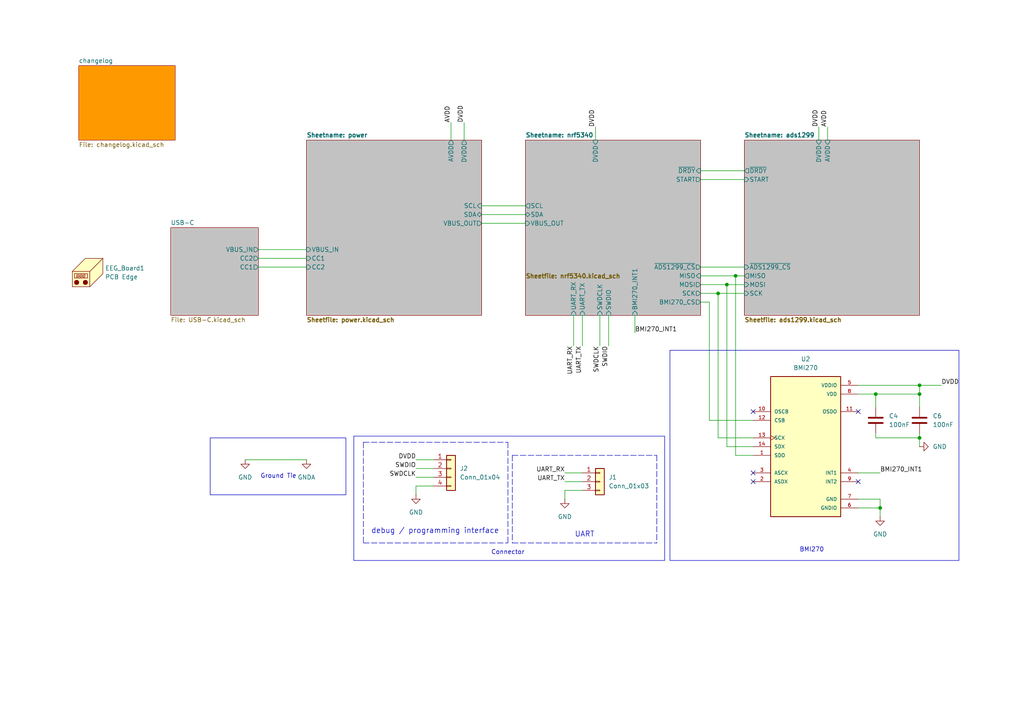
<source format=kicad_sch>
(kicad_sch (version 20231120) (generator "eeschema") (generator_version "8.0")
  (paper "A4")
  (lib_symbols
    (symbol "BMI270:BMI270" (pin_names (offset 1.016))
      (property "Reference" "U" (at -10.16 21.082 0))
      (property "Value" "BMI270" (at -10.16 -22.86 0))
      (symbol "BMI270_0_0"
        (rectangle (start -10.16 -20.32) (end 10.16 20.32) (stroke (width 0.254)) (fill (type background)))
        (pin bidirectional line (at -15.24 -2.54 0) (length 5.08) (name "SDO") (number "1"))
        (pin input line (at -15.24 10.16 0) (length 5.08) (name "OSCB") (number "10"))
        (pin output line (at 15.24 10.16 180) (length 5.08) (name "OSDO") (number "11"))
        (pin input line (at -15.24 7.62 0) (length 5.08) (name "CSB") (number "12"))
        (pin input clock (at -15.24 2.54 0) (length 5.08) (name "SCX") (number "13"))
        (pin bidirectional line (at -15.24 0 0) (length 5.08) (name "SDX") (number "14"))
        (pin bidirectional line (at -15.24 -10.16 0) (length 5.08) (name "ASDX") (number "2"))
        (pin bidirectional line (at -15.24 -7.62 0) (length 5.08) (name "ASCX") (number "3"))
        (pin bidirectional line (at 15.24 -7.62 180) (length 5.08) (name "INT1") (number "4"))
        (pin power_in line (at 15.24 17.78 180) (length 5.08) (name "VDDIO") (number "5"))
        (pin power_in line (at 15.24 -17.78 180) (length 5.08) (name "GNDIO") (number "6"))
        (pin power_in line (at 15.24 -15.24 180) (length 5.08) (name "GND") (number "7"))
        (pin power_in line (at 15.24 15.24 180) (length 5.08) (name "VDD") (number "8"))
        (pin bidirectional line (at 15.24 -10.16 180) (length 5.08) (name "INT2") (number "9"))
      )
    )
    (symbol "Connector_Generic:Conn_01x03" (pin_names (offset 1.016) hide)
      (property "Reference" "J" (at 0 5.08 0))
      (property "Value" "Conn_01x03" (at 0 -5.08 0))
      (symbol "Conn_01x03_1_1"
        (rectangle (start -1.27 -2.413) (end 0 -2.667) (stroke (width 0.1524)))
        (rectangle (start -1.27 0.127) (end 0 -0.127) (stroke (width 0.1524)))
        (rectangle (start -1.27 2.667) (end 0 2.413) (stroke (width 0.1524)))
        (rectangle (start -1.27 3.81) (end 1.27 -3.81) (stroke (width 0.254)) (fill (type background)))
        (pin passive line (at -5.08 2.54 0) (length 3.81) (name "Pin_1") (number "1"))
        (pin passive line (at -5.08 0 0) (length 3.81) (name "Pin_2") (number "2"))
        (pin passive line (at -5.08 -2.54 0) (length 3.81) (name "Pin_3") (number "3"))
      )
    )
    (symbol "Connector_Generic:Conn_01x04" (pin_names (offset 1.016) hide)
      (property "Reference" "J" (at 0 5.08 0))
      (property "Value" "Conn_01x04" (at 0 -7.62 0))
      (symbol "Conn_01x04_1_1"
        (rectangle (start -1.27 -4.953) (end 0 -5.207) (stroke (width 0.1524)))
        (rectangle (start -1.27 -2.413) (end 0 -2.667) (stroke (width 0.1524)))
        (rectangle (start -1.27 0.127) (end 0 -0.127) (stroke (width 0.1524)))
        (rectangle (start -1.27 2.667) (end 0 2.413) (stroke (width 0.1524)))
        (rectangle (start -1.27 3.81) (end 1.27 -6.35) (stroke (width 0.254)) (fill (type background)))
        (pin passive line (at -5.08 2.54 0) (length 3.81) (name "Pin_1") (number "1"))
        (pin passive line (at -5.08 0 0) (length 3.81) (name "Pin_2") (number "2"))
        (pin passive line (at -5.08 -2.54 0) (length 3.81) (name "Pin_3") (number "3"))
        (pin passive line (at -5.08 -5.08 0) (length 3.81) (name "Pin_4") (number "4"))
      )
    )
    (symbol "Device:C" (pin_numbers hide) (pin_names (offset 0.254))
      (property "Reference" "C" (at 0.635 2.54 0))
      (property "Value" "C" (at 0.635 -2.54 0))
      (symbol "C_0_1"
        (polyline (pts (xy -2.032 -0.762) (xy 2.032 -0.762)) (stroke (width 0.508)))
        (polyline (pts (xy -2.032 0.762) (xy 2.032 0.762)) (stroke (width 0.508)))
      )
      (symbol "C_1_1"
        (pin passive line (at 0 3.81 270) (length 2.794) (name "~") (number "1"))
        (pin passive line (at 0 -3.81 90) (length 2.794) (name "~") (number "2"))
      )
    )
    (symbol "Mechanical:Housing" (pin_names (offset 1.016)) (exclude_from_sim yes)
      (property "Reference" "N" (at 3.81 0 0))
      (property "Value" "Housing" (at 3.81 -1.905 0))
      (symbol "Housing_0_1"
        (rectangle (start -5.08 -0.635) (end -1.27 -1.905))
        (circle (center -4.445 -3.175) (radius 0.635) (fill (type outline)))
        (circle (center -1.905 -3.175) (radius 0.635) (fill (type outline)))
        (polyline (pts (xy -4.5212 -1.5748) (xy -4.4704 -1.3716)))
        (polyline (pts (xy -4.4196 -1.6764) (xy -4.064 -1.6764)))
        (polyline (pts (xy -4.4196 -1.2192) (xy -4.3688 -0.9652)))
        (polyline (pts (xy -4.318 -1.3208) (xy -4.0132 -1.3208)))
        (polyline (pts (xy -4.2164 -0.9144) (xy -3.9116 -0.9144)))
        (polyline (pts (xy -3.9116 -1.6256) (xy -3.8608 -1.3716)))
        (polyline (pts (xy -3.81 -1.2192) (xy -3.7592 -0.9652)))
        (polyline (pts (xy -3.6068 -1.5748) (xy -3.556 -1.3716)))
        (polyline (pts (xy -3.5052 -1.6764) (xy -3.1496 -1.6764)))
        (polyline (pts (xy -3.5052 -1.2192) (xy -3.4544 -0.9652)))
        (polyline (pts (xy -3.4036 -1.3208) (xy -3.0988 -1.3208)))
        (polyline (pts (xy -3.302 -0.9144) (xy -2.9972 -0.9144)))
        (polyline (pts (xy -2.9972 -1.6256) (xy -2.9464 -1.3716)))
        (polyline (pts (xy -2.8956 -1.2192) (xy -2.8448 -0.9652)))
        (polyline (pts (xy -2.6924 -1.5748) (xy -2.6416 -1.3716)))
        (polyline (pts (xy -2.5908 -1.6764) (xy -2.2352 -1.6764)))
        (polyline (pts (xy -2.5908 -1.2192) (xy -2.54 -0.9652)))
        (polyline (pts (xy -2.4892 -1.3208) (xy -2.1844 -1.3208)))
        (polyline (pts (xy -2.3876 -0.9144) (xy -2.0828 -0.9144)))
        (polyline (pts (xy -2.0828 -1.6256) (xy -2.032 -1.3716)))
        (polyline (pts (xy -1.9812 -1.2192) (xy -1.9304 -0.9652)))
        (polyline (pts (xy -0.635 0) (xy -0.635 -4.445)))
        (polyline (pts (xy -5.715 0) (xy -0.635 0) (xy 3.175 3.81)))
        (polyline (pts (xy -5.715 0) (xy -5.715 -4.445) (xy -0.635 -4.445) (xy 3.175 -0.635) (xy 3.175 3.81) (xy -1.905 3.81) (xy -5.715 0)) (fill (type background)))
      )
    )
    (symbol "power:GND" (power) (pin_numbers hide) (pin_names (offset 0) hide)
      (property "Value" "GND" (at 0 -3.81 0))
      (symbol "GND_0_1"
        (polyline (pts (xy 0 0) (xy 0 -1.27) (xy 1.27 -1.27) (xy 0 -2.54) (xy -1.27 -1.27) (xy 0 -1.27)))
      )
      (symbol "GND_1_1"
        (pin power_in line (at 0 0 270) (length 0) (name "~") (number "1"))
      )
    )
    (symbol "power:GNDA" (power) (pin_numbers hide) (pin_names (offset 0) hide)
      (property "Value" "GNDA" (at 0 -3.81 0))
      (symbol "GNDA_0_1"
        (polyline (pts (xy 0 0) (xy 0 -1.27) (xy 1.27 -1.27) (xy 0 -2.54) (xy -1.27 -1.27) (xy 0 -1.27)))
      )
      (symbol "GNDA_1_1"
        (pin power_in line (at 0 0 270) (length 0) (name "~") (number "1"))
      )
    )
  )
  (junction (at 254 114.3))
  (junction (at 213.36 80.01))
  (junction (at 266.7 111.76))
  (junction (at 208.28 85.09))
  (junction (at 255.27 147.32))
  (junction (at 266.7 114.3))
  (junction (at 210.82 82.55))
  (junction (at 266.7 127))
  (no_connect (at 218.44 137.16))
  (no_connect (at 218.44 119.38))
  (no_connect (at 218.44 139.7))
  (no_connect (at 248.92 119.38))
  (no_connect (at 248.92 139.7))
  (wire (pts (xy 139.7 62.23) (xy 152.4 62.23)))
  (wire (pts (xy 254 125.73) (xy 254 127)))
  (wire (pts (xy 254 114.3) (xy 248.92 114.3)))
  (wire (pts (xy 255.27 144.78) (xy 255.27 147.32)))
  (wire (pts (xy 205.74 87.63) (xy 205.74 121.92)))
  (wire (pts (xy 120.65 140.97) (xy 120.65 143.51)))
  (wire (pts (xy 208.28 85.09) (xy 208.28 127)))
  (wire (pts (xy 266.7 114.3) (xy 266.7 118.11)))
  (polyline (pts (xy 190.5 132.08) (xy 190.5 157.48)) (stroke (width 0) (type dash)))
  (wire (pts (xy 254 127) (xy 266.7 127)))
  (wire (pts (xy 163.83 137.16) (xy 168.91 137.16)))
  (wire (pts (xy 203.2 82.55) (xy 210.82 82.55)))
  (wire (pts (xy 173.99 91.44) (xy 173.99 100.33)))
  (wire (pts (xy 266.7 127) (xy 266.7 129.54)))
  (wire (pts (xy 139.7 64.77) (xy 152.4 64.77)))
  (wire (pts (xy 134.62 35.56) (xy 134.62 40.64)))
  (wire (pts (xy 248.92 137.16) (xy 255.27 137.16)))
  (wire (pts (xy 254 114.3) (xy 266.7 114.3)))
  (wire (pts (xy 74.93 72.39) (xy 88.9 72.39)))
  (polyline (pts (xy 147.32 128.27) (xy 147.32 157.48)) (stroke (width 0) (type dash)))
  (wire (pts (xy 168.91 142.24) (xy 163.83 142.24)))
  (wire (pts (xy 210.82 129.54) (xy 218.44 129.54)))
  (wire (pts (xy 176.53 91.44) (xy 176.53 100.33)))
  (wire (pts (xy 248.92 147.32) (xy 255.27 147.32)))
  (wire (pts (xy 254 114.3) (xy 254 118.11)))
  (polyline (pts (xy 105.41 128.27) (xy 105.41 157.48)) (stroke (width 0) (type dash)))
  (wire (pts (xy 210.82 82.55) (xy 210.82 129.54)))
  (polyline (pts (xy 148.59 157.48) (xy 190.5 157.48)) (stroke (width 0) (type dash)))
  (wire (pts (xy 266.7 111.76) (xy 266.7 114.3)))
  (polyline (pts (xy 148.59 132.08) (xy 148.59 157.48)) (stroke (width 0) (type dash)))
  (wire (pts (xy 213.36 132.08) (xy 218.44 132.08)))
  (wire (pts (xy 120.65 135.89) (xy 125.73 135.89)))
  (wire (pts (xy 203.2 85.09) (xy 208.28 85.09)))
  (wire (pts (xy 210.82 82.55) (xy 215.9 82.55)))
  (wire (pts (xy 139.7 59.69) (xy 152.4 59.69)))
  (wire (pts (xy 203.2 49.53) (xy 215.9 49.53)))
  (wire (pts (xy 125.73 140.97) (xy 120.65 140.97)))
  (wire (pts (xy 240.03 36.83) (xy 240.03 40.64)))
  (wire (pts (xy 213.36 80.01) (xy 213.36 132.08)))
  (wire (pts (xy 120.65 133.35) (xy 125.73 133.35)))
  (wire (pts (xy 163.83 142.24) (xy 163.83 144.78)))
  (wire (pts (xy 248.92 144.78) (xy 255.27 144.78)))
  (wire (pts (xy 208.28 127) (xy 218.44 127)))
  (polyline (pts (xy 148.59 132.08) (xy 190.5 132.08)) (stroke (width 0) (type dash)))
  (wire (pts (xy 74.93 74.93) (xy 88.9 74.93)))
  (wire (pts (xy 163.83 139.7) (xy 168.91 139.7)))
  (wire (pts (xy 213.36 80.01) (xy 215.9 80.01)))
  (wire (pts (xy 237.49 40.64) (xy 237.49 36.83)))
  (wire (pts (xy 266.7 125.73) (xy 266.7 127)))
  (wire (pts (xy 203.2 52.07) (xy 215.9 52.07)))
  (wire (pts (xy 71.12 133.35) (xy 88.9 133.35)))
  (wire (pts (xy 74.93 77.47) (xy 88.9 77.47)))
  (polyline (pts (xy 105.41 157.48) (xy 147.32 157.48)) (stroke (width 0) (type dash)))
  (polyline (pts (xy 105.41 128.27) (xy 147.32 128.27)) (stroke (width 0) (type dash)))
  (wire (pts (xy 248.92 111.76) (xy 266.7 111.76)))
  (wire (pts (xy 168.91 91.44) (xy 168.91 100.33)))
  (wire (pts (xy 255.27 147.32) (xy 255.27 149.86)))
  (wire (pts (xy 172.72 40.64) (xy 172.72 36.83)))
  (wire (pts (xy 184.15 91.44) (xy 184.15 96.52)))
  (wire (pts (xy 130.81 35.56) (xy 130.81 40.64)))
  (wire (pts (xy 203.2 87.63) (xy 205.74 87.63)))
  (wire (pts (xy 266.7 111.76) (xy 273.05 111.76)))
  (wire (pts (xy 203.2 80.01) (xy 213.36 80.01)))
  (wire (pts (xy 120.65 138.43) (xy 125.73 138.43)))
  (wire (pts (xy 166.37 91.44) (xy 166.37 100.33)))
  (wire (pts (xy 208.28 85.09) (xy 215.9 85.09)))
  (wire (pts (xy 205.74 121.92) (xy 218.44 121.92)))
  (wire (pts (xy 203.2 77.47) (xy 215.9 77.47)))
  (rectangle (start 60.96 127) (end 100.33 143.51))
  (rectangle (start 102.616 126.492) (end 192.786 162.56))
  (rectangle (start 194.31 101.6) (end 278.13 162.56))
  (text "Ground Tie" (at 80.772 138.176 0) (effects (font (size 1.27 1.27))))
  (text "UART" (at 172.466 155.956 0) (effects (font (size 1.524 1.524)) (justify right bottom)))
  (text "Connector" (at 147.32 160.274 0) (effects (font (size 1.27 1.27))))
  (text "BMI270" (at 235.458 159.512 0) (effects (font (size 1.27 1.27))))
  (text "debug / programming interface" (at 144.78 154.94 0) (effects (font (size 1.524 1.524)) (justify right bottom)))
  (label "DVDD" (at 172.72 36.83 90))
  (label "UART_TX" (at 163.83 139.7 180))
  (label "UART_RX" (at 163.83 137.16 180))
  (label "DVDD" (at 134.62 35.56 90))
  (label "SWDIO" (at 176.53 100.33 270))
  (label "AVDD" (at 130.81 35.56 90))
  (label "UART_RX" (at 166.37 100.33 270))
  (label "BMI270_INT1" (at 255.27 137.16 0))
  (label "SWDCLK" (at 120.65 138.43 180))
  (label "AVDD" (at 240.03 36.83 90))
  (label "SWDCLK" (at 173.99 100.33 270))
  (label "DVDD" (at 237.49 36.83 90))
  (label "BMI270_INT1" (at 184.15 96.52 0))
  (label "UART_TX" (at 168.91 100.33 270))
  (label "SWDIO" (at 120.65 135.89 180))
  (label "DVDD" (at 273.05 111.76 0))
  (label "DVDD" (at 120.65 133.35 180))
  (symbol (lib_id "power:GND") (at 266.7 129.54 90) (unit 1)
    (property "Reference" "#PWR08" (effects (hide yes)))
    (property "Value" "GND" (at 270.51 129.5399 90) (effects (justify right)))
    (property "Description" "Power symbol creates a global label with name \"GND\" , ground" (effects (hide yes)))
  )
  (symbol (lib_id "Device:C") (at 266.7 121.92 0) (unit 1)
    (property "Reference" "C6" (at 270.51 120.6499 0) (effects (justify left)))
    (property "Value" "100nF" (at 270.51 123.1899 0) (effects (justify left)))
    (property "Footprint" "Capacitor_SMD:C_0402_1005Metric" (effects (hide yes)))
    (property "Description" "16V 100nF X7R ±10% 0402  Multilayer Ceramic Capacitors MLCC - SMD/SMT ROHS" (effects (hide yes)))
    (property "Type" "Surface Mount " (effects (hide yes)))
    (property "Package" "0402 (1005 Metric)" (effects (hide yes)))
    (property "MANUFACTURER" "Murata Electronics" (effects (hide yes)))
    (property "MANUFACTURER_PART_NUMBER" "GRM155R71C104KA88D" (effects (hide yes)))
  )
  (symbol (lib_id "BMI270:BMI270") (at 233.68 129.54 0) (unit 1)
    (property "Reference" "U2" (at 233.68 104.14 0))
    (property "Value" "BMI270" (at 233.68 106.68 0))
    (property "Footprint" "BMI270:XDCR_BMI270" (effects (hide yes)))
    (property "Description" "Attitude Sensor/Gyroscope" (effects (hide yes)))
    (property "PATREV" "1.0" (effects (hide yes)))
    (property "MF" "Bosch Sensortec" (effects (hide yes)))
    (property "MAXIMUM_PACKAGE_HEIGHT" "0.87mm" (effects (hide yes)))
    (property "Package" "LGA-14" (effects (hide yes)))
    (property "Price" "None" (effects (hide yes)))
    (property "Check_prices" "https://www.snapeda.com/parts/BMI270/Bosch+Sensortec/view-part/?ref=eda" (effects (hide yes)))
    (property "STANDARD" "Manufacturer Recommendations" (effects (hide yes)))
    (property "SnapEDA_Link" "https://www.snapeda.com/parts/BMI270/Bosch+Sensortec/view-part/?ref=snap" (effects (hide yes)))
    (property "MP" "BMI270" (effects (hide yes)))
    (property "Purchase-URL" "https://www.snapeda.com/api/url_track_click_mouser/?unipart_id=3595167&manufacturer=Bosch Sensortec&part_name=BMI270&search_term=bmi270" (effects (hide yes)))
    (property "Description_1" "\nAccelerometer, Gyroscope, 6 Axis Sensor I2C, SPI Output\n" (effects (hide yes)))
    (property "Availability" "In Stock" (effects (hide yes)))
    (property "MANUFACTURER" "Bosch Sensortec" (effects (hide yes)))
    (property "Type" "Surface Mount " (effects (hide yes)))
    (property "MANUFACTURER_PART_NUMBER" "BMI270" (effects (hide yes)))
  )
  (symbol (lib_id "power:GNDA") (at 88.9 133.35 0) (unit 1)
    (property "Reference" "#PWR038" (effects (hide yes)))
    (property "Value" "GNDA" (at 88.9 138.43 0))
    (property "Description" "Power symbol creates a global label with name \"GNDA\" , analog ground" (effects (hide yes)))
  )
  (symbol (lib_id "power:GND") (at 255.27 149.86 0) (unit 1)
    (property "Reference" "#PWR06" (effects (hide yes)))
    (property "Value" "GND" (at 255.27 154.94 0))
    (property "Description" "Power symbol creates a global label with name \"GND\" , ground" (effects (hide yes)))
  )
  (symbol (lib_id "Device:C") (at 254 121.92 0) (unit 1)
    (property "Reference" "C4" (at 257.81 120.6499 0) (effects (justify left)))
    (property "Value" "100nF" (at 257.81 123.1899 0) (effects (justify left)))
    (property "Footprint" "Capacitor_SMD:C_0402_1005Metric" (effects (hide yes)))
    (property "Description" "16V 100nF X7R ±10% 0402  Multilayer Ceramic Capacitors MLCC - SMD/SMT ROHS" (effects (hide yes)))
    (property "Type" "Surface Mount " (effects (hide yes)))
    (property "Package" "0402 (1005 Metric)" (effects (hide yes)))
    (property "MANUFACTURER" "Murata Electronics" (effects (hide yes)))
    (property "MANUFACTURER_PART_NUMBER" "GRM155R71C104KA88D" (effects (hide yes)))
  )
  (symbol (lib_id "Mechanical:Housing") (at 26.67 78.74 0) (unit 1) (exclude_from_sim yes) (in_bom no)
    (property "Reference" "EEG_Board1" (at 30.48 77.7874 0) (effects (justify left)))
    (property "Value" "PCB Edge" (at 30.48 80.3274 0) (effects (justify left)))
    (property "Footprint" "MountingHole:eeg" (effects (hide yes)))
    (property "Description" "PCB Edge" (effects (hide yes)))
  )
  (symbol (lib_id "power:GND") (at 71.12 133.35 0) (unit 1)
    (property "Reference" "#PWR037" (effects (hide yes)))
    (property "Value" "GND" (at 71.12 138.43 0))
    (property "Description" "Power symbol creates a global label with name \"GND\" , ground" (effects (hide yes)))
  )
  (symbol (lib_id "power:GND") (at 120.65 143.51 0) (unit 1)
    (property "Reference" "#PWR09" (effects (hide yes)))
    (property "Value" "GND" (at 120.65 148.59 0))
    (property "Description" "Power symbol creates a global label with name \"GND\" , ground" (effects (hide yes)))
  )
  (symbol (lib_id "power:GND") (at 163.83 144.78 0) (unit 1)
    (property "Reference" "#PWR04" (effects (hide yes)))
    (property "Value" "GND" (at 163.83 149.86 0))
    (property "Description" "Power symbol creates a global label with name \"GND\" , ground" (effects (hide yes)))
  )
  (symbol (lib_id "Connector_Generic:Conn_01x04") (at 130.81 135.89 0) (unit 1) (in_bom no)
    (property "Reference" "J2" (at 133.35 135.8899 0) (effects (justify left)))
    (property "Value" "Conn_01x04" (at 133.35 138.4299 0) (effects (justify left)))
    (property "Footprint" "Connector_PinHeader_2.54mm:PinHeader_1x04_P2.54mm_Vertical" (effects (hide yes)))
    (property "Description" "1x4P 4P 1 1.25mm 4 -25℃~+85℃ 1A Straight Plugin,P=1.25mm  Wire To Board / Wire To Wire Connector ROHS" (effects (hide yes)))
    (property "Type" "Through Hole " (effects (hide yes)))
    (property "MANUFACTURER" "CAX" (effects (hide yes)))
    (property "MANUFACTURER_PART_NUMBER" "1.25T-4A" (effects (hide yes)))
    (property "Package" "4POS" (effects (hide yes)))
  )
  (symbol (lib_id "Connector_Generic:Conn_01x03") (at 173.99 139.7 0) (unit 1) (in_bom no)
    (property "Reference" "J1" (at 176.53 138.4299 0) (effects (justify left)))
    (property "Value" "Conn_01x03" (at 176.53 140.9699 0) (effects (justify left)))
    (property "Footprint" "Connector_PinHeader_2.54mm:PinHeader_1x03_P2.54mm_Vertical" (effects (hide yes)))
    (property "Description" "1x3P 3P 1 1.25mm 3 -25℃~+85℃ 1A Straight Plugin,P=1.25mm  Wire To Board / Wire To Wire Connector ROHS" (effects (hide yes)))
    (property "Type" "Through Hole " (effects (hide yes)))
    (property "MANUFACTURER" "CAX" (effects (hide yes)))
    (property "MANUFACTURER_PART_NUMBER" "1.25T-3A" (effects (hide yes)))
    (property "Package" "3POS" (effects (hide yes)))
  )
  (sheet (at 152.4 40.64) (size 50.8 50.8) (stroke (width 0.1524)) (fill (color 194 194 194 1.0000))
    (property "Sheetname" "nrf5340" (at 152.4 39.9284 0) (show_name yes) (effects (font (bold yes)) (justify left bottom)))
    (property "Sheetfile" "nrf5340.kicad_sch" (at 152.4 79.3246 0) (show_name yes) (effects (font (bold yes)) (justify left top)))
    (pin "SCL" output (at 152.4 59.69 180))
    (pin "DVDD" input (at 172.72 40.64 90))
    (pin "SDA" bidirectional (at 152.4 62.23 180))
    (pin "VBUS_OUT" input (at 152.4 64.77 180))
    (pin "MISO" input (at 203.2 80.01 0))
    (pin "MOSI" output (at 203.2 82.55 0))
    (pin "BMI270_INT1" input (at 184.15 91.44 270))
    (pin "SCK" output (at 203.2 85.09 0))
    (pin "BMI270_CS" output (at 203.2 87.63 0))
    (pin "~{DRDY}" input (at 203.2 49.53 0))
    (pin "~{ADS1299_CS}" output (at 203.2 77.47 0))
    (pin "UART_RX" input (at 166.37 91.44 270))
    (pin "UART_TX" input (at 168.91 91.44 270))
    (pin "SWDCLK" input (at 173.99 91.44 270))
    (pin "SWDIO" input (at 176.53 91.44 270))
    (pin "START" output (at 203.2 52.07 0))
  )
  (sheet (at 88.9 40.64) (size 50.8 50.8) (stroke (width 0.1524)) (fill (color 194 194 194 1.0000))
    (property "Sheetname" "power" (at 88.9 39.9284 0) (show_name yes) (effects (font (bold yes)) (justify left bottom)))
    (property "Sheetfile" "power.kicad_sch" (at 88.9 92.0246 0) (show_name yes) (effects (font (bold yes)) (justify left top)))
    (pin "SCL" input (at 139.7 59.69 0))
    (pin "SDA" bidirectional (at 139.7 62.23 0))
    (pin "VBUS_OUT" output (at 139.7 64.77 0))
    (pin "AVDD" output (at 130.81 40.64 90))
    (pin "DVDD" output (at 134.62 40.64 90))
    (pin "CC1" input (at 88.9 74.93 180))
    (pin "CC2" input (at 88.9 77.47 180))
    (pin "VBUS_IN" input (at 88.9 72.39 180))
  )
  (sheet (at 49.53 66.04) (size 25.4 25.4) (stroke (width 0.1524)) (fill (color 194 194 194 1.0000))
    (property "Sheetname" "USB-C" (at 49.53 65.3284 0) (effects (justify left bottom)))
    (property "Sheetfile" "USB-C.kicad_sch" (at 49.53 92.0246 0) (effects (justify left top)))
    (pin "CC1" output (at 74.93 77.47 0))
    (pin "CC2" output (at 74.93 74.93 0))
    (pin "VBUS_IN" output (at 74.93 72.39 0))
  )
  (sheet (at 22.86 19.05) (size 27.94 21.59) (stroke (width 0.1524)) (fill (color 255 153 0 1.0000))
    (property "Sheetname" "changelog" (at 22.86 18.3384 0) (effects (justify left bottom)))
    (property "Sheetfile" "changelog.kicad_sch" (at 22.86 41.2246 0) (effects (justify left top)))
  )
  (sheet (at 215.9 40.64) (size 50.8 50.8) (stroke (width 0.1524)) (fill (color 194 194 194 1.0000))
    (property "Sheetname" "ads1299" (at 215.9 39.9284 0) (show_name yes) (effects (font (bold yes)) (justify left bottom)))
    (property "Sheetfile" "ads1299.kicad_sch" (at 215.9 92.0246 0) (show_name yes) (effects (font (bold yes)) (justify left top)))
    (pin "AVDD" input (at 240.03 40.64 90))
    (pin "DVDD" input (at 237.49 40.64 90))
    (pin "~{ADS1299_CS}" input (at 215.9 77.47 180))
    (pin "SCK" input (at 215.9 85.09 180))
    (pin "MOSI" input (at 215.9 82.55 180))
    (pin "MISO" output (at 215.9 80.01 180))
    (pin "~{DRDY}" output (at 215.9 49.53 180))
    (pin "START" input (at 215.9 52.07 180))
  )
)
</source>
